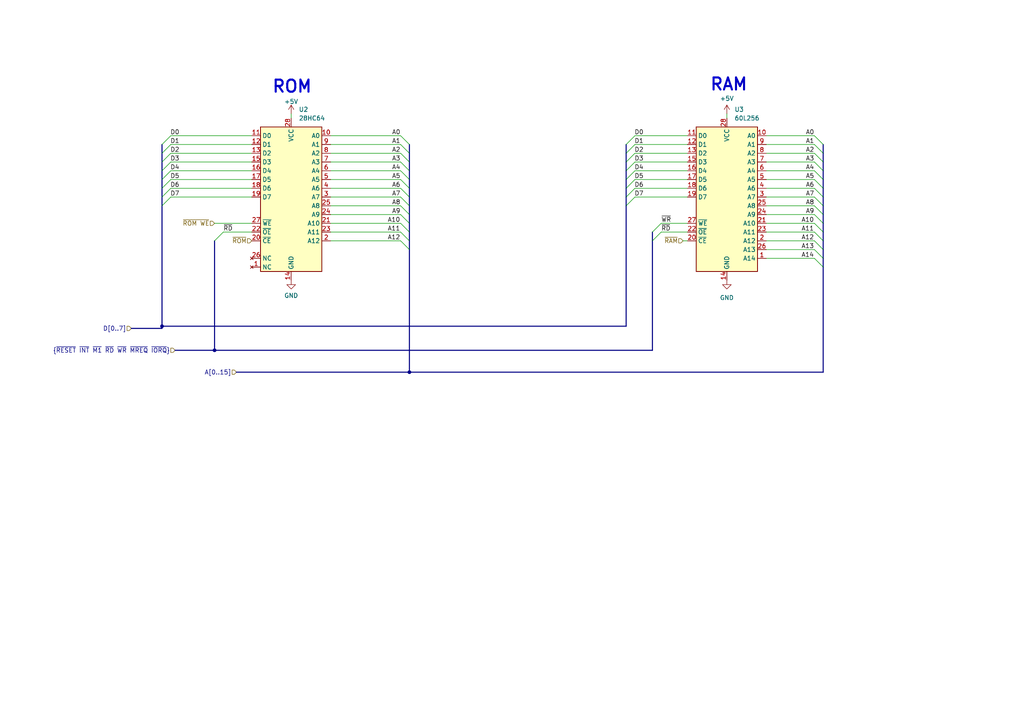
<source format=kicad_sch>
(kicad_sch (version 20230121) (generator eeschema)
  (paper "A4")
  (title_block (title "JML-8-Mini Schematic") (date "2023-10-02") (rev "A") (company "https://github.com/jac-oblong/JML") (comment 1 "Design of Z80 based microcomputer") (comment 3 "Released under MIT License") (comment 4 "Created by: Jacob Long (https://github.com/jac-oblong)"))
  (lib_symbols
    (symbol "jml-8-mini-library:AT28HC64B"
      (property "Reference" "U" (at -7.62 17.78 0))
      (property "Value" "28HC64" (at 5.08 -26.67 0))
      (symbol "AT28HC64B_1_1"
        (rectangle (start -8.89 16.51) (end 8.89 -25.4) (stroke (width 0.25)) (fill (type background)))
        (pin no_connect line (at -11.43 -24.13 0) (length 2.54) (name "NC") (number "1"))
        (pin input line (at 11.43 13.97 180) (length 2.54) (name "A0") (number "10"))
        (pin bidirectional line (at -11.43 13.97 0) (length 2.54) (name "D0") (number "11"))
        (pin bidirectional line (at -11.43 11.43 0) (length 2.54) (name "D1") (number "12"))
        (pin bidirectional line (at -11.43 8.89 0) (length 2.54) (name "D2") (number "13"))
        (pin power_in line (at 0 -27.94 90) (length 2.54) (name "GND") (number "14"))
        (pin bidirectional line (at -11.43 6.35 0) (length 2.54) (name "D3") (number "15"))
        (pin bidirectional line (at -11.43 3.81 0) (length 2.54) (name "D4") (number "16"))
        (pin bidirectional line (at -11.43 1.27 0) (length 2.54) (name "D5") (number "17"))
        (pin bidirectional line (at -11.43 -1.27 0) (length 2.54) (name "D6") (number "18"))
        (pin bidirectional line (at -11.43 -3.81 0) (length 2.54) (name "D7") (number "19"))
        (pin input line (at 11.43 -16.51 180) (length 2.54) (name "A12") (number "2"))
        (pin input line (at -11.43 -16.51 0) (length 2.54) (name "~{CE}") (number "20"))
        (pin input line (at 11.43 -11.43 180) (length 2.54) (name "A10") (number "21"))
        (pin input line (at -11.43 -13.97 0) (length 2.54) (name "~{OE}") (number "22"))
        (pin input line (at 11.43 -13.97 180) (length 2.54) (name "A11") (number "23"))
        (pin input line (at 11.43 -8.89 180) (length 2.54) (name "A9") (number "24"))
        (pin input line (at 11.43 -6.35 180) (length 2.54) (name "A8") (number "25"))
        (pin no_connect line (at -11.43 -21.59 0) (length 2.54) (name "NC") (number "26"))
        (pin input line (at -11.43 -11.43 0) (length 2.54) (name "~{WE}") (number "27"))
        (pin power_in line (at 0 19.05 270) (length 2.54) (name "VCC") (number "28"))
        (pin input line (at 11.43 -3.81 180) (length 2.54) (name "A7") (number "3"))
        (pin input line (at 11.43 -1.27 180) (length 2.54) (name "A6") (number "4"))
        (pin input line (at 11.43 1.27 180) (length 2.54) (name "A5") (number "5"))
        (pin input line (at 11.43 3.81 180) (length 2.54) (name "A4") (number "6"))
        (pin input line (at 11.43 6.35 180) (length 2.54) (name "A3") (number "7"))
        (pin input line (at 11.43 8.89 180) (length 2.54) (name "A2") (number "8"))
        (pin input line (at 11.43 11.43 180) (length 2.54) (name "A1") (number "9"))
      )
    )
    (symbol "jml-8-mini-library:MCM60L256AP85"
      (property "Reference" "U" (at -7.62 21.59 0))
      (property "Value" "60L256" (at 5.08 -22.86 0))
      (symbol "MCM60L256AP85_1_1"
        (rectangle (start -8.89 20.32) (end 8.89 -21.59) (stroke (width 0.25)) (fill (type background)))
        (pin input line (at 11.43 -17.78 180) (length 2.54) (name "A14") (number "1"))
        (pin input line (at 11.43 17.78 180) (length 2.54) (name "A0") (number "10"))
        (pin bidirectional line (at -11.43 17.78 0) (length 2.54) (name "D0") (number "11"))
        (pin bidirectional line (at -11.43 15.24 0) (length 2.54) (name "D1") (number "12"))
        (pin bidirectional line (at -11.43 12.7 0) (length 2.54) (name "D2") (number "13"))
        (pin power_in line (at 0 -24.13 90) (length 2.54) (name "GND") (number "14"))
        (pin bidirectional line (at -11.43 10.16 0) (length 2.54) (name "D3") (number "15"))
        (pin bidirectional line (at -11.43 7.62 0) (length 2.54) (name "D4") (number "16"))
        (pin bidirectional line (at -11.43 5.08 0) (length 2.54) (name "D5") (number "17"))
        (pin bidirectional line (at -11.43 2.54 0) (length 2.54) (name "D6") (number "18"))
        (pin bidirectional line (at -11.43 0 0) (length 2.54) (name "D7") (number "19"))
        (pin input line (at 11.43 -12.7 180) (length 2.54) (name "A12") (number "2"))
        (pin input line (at -11.43 -12.7 0) (length 2.54) (name "~{CE}") (number "20"))
        (pin input line (at 11.43 -7.62 180) (length 2.54) (name "A10") (number "21"))
        (pin input line (at -11.43 -10.16 0) (length 2.54) (name "~{OE}") (number "22"))
        (pin input line (at 11.43 -10.16 180) (length 2.54) (name "A11") (number "23"))
        (pin input line (at 11.43 -5.08 180) (length 2.54) (name "A9") (number "24"))
        (pin input line (at 11.43 -2.54 180) (length 2.54) (name "A8") (number "25"))
        (pin input line (at 11.43 -15.24 180) (length 2.54) (name "A13") (number "26"))
        (pin input line (at -11.43 -7.62 0) (length 2.54) (name "~{WE}") (number "27"))
        (pin power_in line (at 0 22.86 270) (length 2.54) (name "VCC") (number "28"))
        (pin input line (at 11.43 0 180) (length 2.54) (name "A7") (number "3"))
        (pin input line (at 11.43 2.54 180) (length 2.54) (name "A6") (number "4"))
        (pin input line (at 11.43 5.08 180) (length 2.54) (name "A5") (number "5"))
        (pin input line (at 11.43 7.62 180) (length 2.54) (name "A4") (number "6"))
        (pin input line (at 11.43 10.16 180) (length 2.54) (name "A3") (number "7"))
        (pin input line (at 11.43 12.7 180) (length 2.54) (name "A2") (number "8"))
        (pin input line (at 11.43 15.24 180) (length 2.54) (name "A1") (number "9"))
      )
    )
    (symbol "power:+5V" (power) (pin_names (offset 0))
      (property "Value" "+5V" (at 0 3.556 0))
      (symbol "+5V_0_1"
        (polyline (pts (xy -0.762 1.27) (xy 0 2.54)))
        (polyline (pts (xy 0 0) (xy 0 2.54)))
        (polyline (pts (xy 0 2.54) (xy 0.762 1.27)))
      )
      (symbol "+5V_1_1"
        (pin power_in line (at 0 0 90) (length 0) hide (name "+5V") (number "1"))
      )
    )
    (symbol "power:GND" (power) (pin_names (offset 0))
      (property "Value" "GND" (at 0 -3.81 0))
      (symbol "GND_0_1"
        (polyline (pts (xy 0 0) (xy 0 -1.27) (xy 1.27 -1.27) (xy 0 -2.54) (xy -1.27 -1.27) (xy 0 -1.27)))
      )
      (symbol "GND_1_1"
        (pin power_in line (at 0 0 270) (length 0) hide (name "GND") (number "1"))
      )
    )
  )
  (junction (at 118.745 107.95))
  (junction (at 46.99 94.615))
  (junction (at 62.23 101.6))
  (bus_entry (at 118.745 41.91) (size -2.54 -2.54))
  (bus_entry (at 184.15 52.07) (size -2.54 2.54))
  (bus_entry (at 49.53 44.45) (size -2.54 2.54))
  (bus_entry (at 49.53 39.37) (size -2.54 2.54))
  (bus_entry (at 238.76 64.77) (size -2.54 -2.54))
  (bus_entry (at 49.53 57.15) (size -2.54 2.54))
  (bus_entry (at 238.76 74.93) (size -2.54 -2.54))
  (bus_entry (at 238.76 49.53) (size -2.54 -2.54))
  (bus_entry (at 238.76 57.15) (size -2.54 -2.54))
  (bus_entry (at 184.15 49.53) (size -2.54 2.54))
  (bus_entry (at 118.745 67.31) (size -2.54 -2.54))
  (bus_entry (at 191.77 67.31) (size -2.54 2.54))
  (bus_entry (at 238.76 69.85) (size -2.54 -2.54))
  (bus_entry (at 238.76 59.69) (size -2.54 -2.54))
  (bus_entry (at 238.76 54.61) (size -2.54 -2.54))
  (bus_entry (at 238.76 67.31) (size -2.54 -2.54))
  (bus_entry (at 184.15 39.37) (size -2.54 2.54))
  (bus_entry (at 238.76 46.99) (size -2.54 -2.54))
  (bus_entry (at 49.53 49.53) (size -2.54 2.54))
  (bus_entry (at 238.76 72.39) (size -2.54 -2.54))
  (bus_entry (at 118.745 59.69) (size -2.54 -2.54))
  (bus_entry (at 118.745 52.07) (size -2.54 -2.54))
  (bus_entry (at 118.745 72.39) (size -2.54 -2.54))
  (bus_entry (at 238.76 62.23) (size -2.54 -2.54))
  (bus_entry (at 191.77 64.77) (size -2.54 2.54))
  (bus_entry (at 118.745 64.77) (size -2.54 -2.54))
  (bus_entry (at 184.15 57.15) (size -2.54 2.54))
  (bus_entry (at 49.53 52.07) (size -2.54 2.54))
  (bus_entry (at 64.77 67.31) (size -2.54 2.54))
  (bus_entry (at 238.76 77.47) (size -2.54 -2.54))
  (bus_entry (at 118.745 54.61) (size -2.54 -2.54))
  (bus_entry (at 238.76 52.07) (size -2.54 -2.54))
  (bus_entry (at 118.745 49.53) (size -2.54 -2.54))
  (bus_entry (at 184.15 44.45) (size -2.54 2.54))
  (bus_entry (at 184.15 46.99) (size -2.54 2.54))
  (bus_entry (at 238.76 41.91) (size -2.54 -2.54))
  (bus_entry (at 118.745 44.45) (size -2.54 -2.54))
  (bus_entry (at 184.15 54.61) (size -2.54 2.54))
  (bus_entry (at 118.745 62.23) (size -2.54 -2.54))
  (bus_entry (at 118.745 46.99) (size -2.54 -2.54))
  (bus_entry (at 238.76 44.45) (size -2.54 -2.54))
  (bus_entry (at 118.745 69.85) (size -2.54 -2.54))
  (bus_entry (at 49.53 41.91) (size -2.54 2.54))
  (bus_entry (at 49.53 54.61) (size -2.54 2.54))
  (bus_entry (at 49.53 46.99) (size -2.54 2.54))
  (bus_entry (at 118.745 57.15) (size -2.54 -2.54))
  (bus_entry (at 184.15 41.91) (size -2.54 2.54))
  (wire (pts (xy 222.25 74.93) (xy 236.22 74.93)))
  (wire (pts (xy 95.885 52.07) (xy 116.205 52.07)))
  (wire (pts (xy 222.25 67.31) (xy 236.22 67.31)))
  (wire (pts (xy 199.39 54.61) (xy 184.15 54.61)))
  (wire (pts (xy 95.885 62.23) (xy 116.205 62.23)))
  (wire (pts (xy 222.25 72.39) (xy 236.22 72.39)))
  (wire (pts (xy 73.025 49.53) (xy 49.53 49.53)))
  (bus (pts (xy 189.23 69.85) (xy 189.23 101.6)))
  (wire (pts (xy 191.77 64.77) (xy 199.39 64.77)))
  (bus (pts (xy 118.745 49.53) (xy 118.745 46.99)))
  (bus (pts (xy 238.76 46.99) (xy 238.76 44.45)))
  (bus (pts (xy 238.76 44.45) (xy 238.76 41.91)))
  (wire (pts (xy 222.25 59.69) (xy 236.22 59.69)))
  (bus (pts (xy 181.61 57.15) (xy 181.61 59.69)))
  (bus (pts (xy 46.99 41.91) (xy 46.99 44.45)))
  (wire (pts (xy 95.885 69.85) (xy 116.205 69.85)))
  (wire (pts (xy 73.025 44.45) (xy 49.53 44.45)))
  (wire (pts (xy 64.77 67.31) (xy 73.025 67.31)))
  (bus (pts (xy 62.23 101.6) (xy 189.23 101.6)))
  (wire (pts (xy 222.25 44.45) (xy 236.22 44.45)))
  (bus (pts (xy 189.23 67.31) (xy 189.23 69.85)))
  (wire (pts (xy 95.885 59.69) (xy 116.205 59.69)))
  (bus (pts (xy 46.99 46.99) (xy 46.99 49.53)))
  (wire (pts (xy 95.885 67.31) (xy 116.205 67.31)))
  (bus (pts (xy 46.99 52.07) (xy 46.99 54.61)))
  (bus (pts (xy 238.76 59.69) (xy 238.76 57.15)))
  (bus (pts (xy 46.99 59.69) (xy 46.99 94.615)))
  (bus (pts (xy 118.745 57.15) (xy 118.745 54.61)))
  (bus (pts (xy 46.99 44.45) (xy 46.99 46.99)))
  (bus (pts (xy 118.745 67.31) (xy 118.745 64.77)))
  (bus (pts (xy 181.61 41.91) (xy 181.61 44.45)))
  (bus (pts (xy 68.58 107.95) (xy 118.745 107.95)))
  (bus (pts (xy 118.745 72.39) (xy 118.745 69.85)))
  (wire (pts (xy 222.25 39.37) (xy 236.22 39.37)))
  (wire (pts (xy 222.25 69.85) (xy 236.22 69.85)))
  (bus (pts (xy 118.745 62.23) (xy 118.745 59.69)))
  (bus (pts (xy 238.76 62.23) (xy 238.76 59.69)))
  (bus (pts (xy 238.76 57.15) (xy 238.76 54.61)))
  (wire (pts (xy 199.39 49.53) (xy 184.15 49.53)))
  (bus (pts (xy 238.76 49.53) (xy 238.76 46.99)))
  (bus (pts (xy 118.745 72.39) (xy 118.745 107.95)))
  (bus (pts (xy 181.61 54.61) (xy 181.61 57.15)))
  (wire (pts (xy 199.39 44.45) (xy 184.15 44.45)))
  (bus (pts (xy 118.745 46.99) (xy 118.745 44.45)))
  (wire (pts (xy 95.885 39.37) (xy 116.205 39.37)))
  (bus (pts (xy 62.23 69.85) (xy 62.23 101.6)))
  (wire (pts (xy 198.12 69.85) (xy 199.39 69.85)))
  (wire (pts (xy 222.25 49.53) (xy 236.22 49.53)))
  (bus (pts (xy 238.76 72.39) (xy 238.76 69.85)))
  (wire (pts (xy 222.25 46.99) (xy 236.22 46.99)))
  (wire (pts (xy 95.885 64.77) (xy 116.205 64.77)))
  (bus (pts (xy 181.61 52.07) (xy 181.61 54.61)))
  (wire (pts (xy 95.885 44.45) (xy 116.205 44.45)))
  (bus (pts (xy 46.99 95.25) (xy 38.1 95.25)))
  (bus (pts (xy 238.76 64.77) (xy 238.76 62.23)))
  (wire (pts (xy 191.77 67.31) (xy 199.39 67.31)))
  (wire (pts (xy 222.25 64.77) (xy 236.22 64.77)))
  (wire (pts (xy 62.23 64.77) (xy 73.025 64.77)))
  (bus (pts (xy 118.745 107.95) (xy 238.76 107.95)))
  (wire (pts (xy 73.025 46.99) (xy 49.53 46.99)))
  (bus (pts (xy 238.76 74.93) (xy 238.76 77.47)))
  (bus (pts (xy 181.61 94.615) (xy 46.99 94.615)))
  (wire (pts (xy 199.39 46.99) (xy 184.15 46.99)))
  (bus (pts (xy 238.76 74.93) (xy 238.76 72.39)))
  (bus (pts (xy 238.76 69.85) (xy 238.76 67.31)))
  (wire (pts (xy 95.885 41.91) (xy 116.205 41.91)))
  (bus (pts (xy 118.745 59.69) (xy 118.745 57.15)))
  (bus (pts (xy 238.76 107.95) (xy 238.76 77.47)))
  (wire (pts (xy 84.455 33.02) (xy 84.455 34.29)))
  (bus (pts (xy 118.745 54.61) (xy 118.745 52.07)))
  (bus (pts (xy 118.745 44.45) (xy 118.745 41.91)))
  (bus (pts (xy 46.99 54.61) (xy 46.99 57.15)))
  (bus (pts (xy 46.99 57.15) (xy 46.99 59.69)))
  (bus (pts (xy 181.61 49.53) (xy 181.61 52.07)))
  (wire (pts (xy 199.39 41.91) (xy 184.15 41.91)))
  (bus (pts (xy 238.76 67.31) (xy 238.76 64.77)))
  (wire (pts (xy 73.025 39.37) (xy 49.53 39.37)))
  (bus (pts (xy 238.76 52.07) (xy 238.76 49.53)))
  (wire (pts (xy 222.25 57.15) (xy 236.22 57.15)))
  (wire (pts (xy 210.82 33.02) (xy 210.82 34.29)))
  (bus (pts (xy 118.745 69.85) (xy 118.745 67.31)))
  (wire (pts (xy 73.025 54.61) (xy 49.53 54.61)))
  (wire (pts (xy 222.25 62.23) (xy 236.22 62.23)))
  (wire (pts (xy 95.885 46.99) (xy 116.205 46.99)))
  (bus (pts (xy 118.745 52.07) (xy 118.745 49.53)))
  (bus (pts (xy 46.99 49.53) (xy 46.99 52.07)))
  (wire (pts (xy 222.25 52.07) (xy 236.22 52.07)))
  (wire (pts (xy 199.39 39.37) (xy 184.15 39.37)))
  (wire (pts (xy 199.39 57.15) (xy 184.15 57.15)))
  (wire (pts (xy 73.025 57.15) (xy 49.53 57.15)))
  (wire (pts (xy 222.25 54.61) (xy 236.22 54.61)))
  (bus (pts (xy 238.76 54.61) (xy 238.76 52.07)))
  (wire (pts (xy 95.885 49.53) (xy 116.205 49.53)))
  (bus (pts (xy 181.61 46.99) (xy 181.61 49.53)))
  (wire (pts (xy 222.25 41.91) (xy 236.22 41.91)))
  (wire (pts (xy 199.39 52.07) (xy 184.15 52.07)))
  (bus (pts (xy 46.99 94.615) (xy 46.99 95.25)))
  (bus (pts (xy 181.61 44.45) (xy 181.61 46.99)))
  (bus (pts (xy 50.8 101.6) (xy 62.23 101.6)))
  (wire (pts (xy 73.025 41.91) (xy 49.53 41.91)))
  (wire (pts (xy 95.885 54.61) (xy 116.205 54.61)))
  (bus (pts (xy 118.745 64.77) (xy 118.745 62.23)))
  (wire (pts (xy 73.025 52.07) (xy 49.53 52.07)))
  (wire (pts (xy 95.885 57.15) (xy 116.205 57.15)))
  (bus (pts (xy 181.61 59.69) (xy 181.61 94.615)))
  (text "RAM" (at 205.74 26.67 0) (effects (font (size 3.5 3.5) (thickness 0.6) bold) (justify left bottom)))
  (text "ROM" (at 78.74 27.305 0) (effects (font (size 3.5 3.5) (thickness 0.6) bold) (justify left bottom)))
  (label "A1" (at 113.665 41.91 0))
  (label "A9" (at 233.68 62.23 0))
  (label "D2" (at 186.69 44.45 180))
  (label "A8" (at 113.665 59.69 0))
  (label "A6" (at 113.665 54.61 0))
  (label "D7" (at 52.07 57.15 180))
  (label "A10" (at 232.41 64.77 0))
  (label "D2" (at 52.07 44.45 180))
  (label "A0" (at 113.665 39.37 0))
  (label "D4" (at 52.07 49.53 180))
  (label "A8" (at 233.68 59.69 0))
  (label "A5" (at 113.665 52.07 0))
  (label "D4" (at 186.69 49.53 180))
  (label "A14" (at 232.41 74.93 0))
  (label "A7" (at 233.68 57.15 0))
  (label "A4" (at 113.665 49.53 0))
  (label "A3" (at 233.68 46.99 0))
  (label "D5" (at 186.69 52.07 180))
  (label "D0" (at 186.69 39.37 180))
  (label "A6" (at 233.68 54.61 0))
  (label "A11" (at 112.395 67.31 0))
  (label "D0" (at 52.07 39.37 180))
  (label "A5" (at 233.68 52.07 0))
  (label "A11" (at 232.41 67.31 0))
  (label "~{RD}" (at 191.77 67.31 0))
  (label "D6" (at 186.69 54.61 180))
  (label "D5" (at 52.07 52.07 180))
  (label "A7" (at 113.665 57.15 0))
  (label "D3" (at 52.07 46.99 180))
  (label "D1" (at 186.69 41.91 180))
  (label "A4" (at 233.68 49.53 0))
  (label "~{RD}" (at 64.77 67.31 0))
  (label "D1" (at 52.07 41.91 180))
  (label "D3" (at 186.69 46.99 180))
  (label "~{WR}" (at 191.77 64.77 0))
  (label "A2" (at 233.68 44.45 0))
  (label "A2" (at 113.665 44.45 0))
  (label "A12" (at 112.395 69.85 0))
  (label "D6" (at 52.07 54.61 180))
  (label "A9" (at 113.665 62.23 0))
  (label "A0" (at 233.68 39.37 0))
  (label "A3" (at 113.665 46.99 0))
  (label "A12" (at 232.41 69.85 0))
  (label "A13" (at 232.41 72.39 0))
  (label "A10" (at 112.395 64.77 0))
  (label "A1" (at 233.68 41.91 0))
  (label "D7" (at 186.69 57.15 180))
  (hierarchical_label "A[0..15]" (shape input) (at 68.58 107.95 180))
  (hierarchical_label "D[0..7]" (shape input) (at 38.1 95.25 180))
  (hierarchical_label "~{ROM WE}" (shape input) (at 62.23 64.77 180))
  (hierarchical_label "{~{RESET} ~{INT} ~{M1} ~{RD} ~{WR} ~{MREQ} ~{IORQ}}" (shape input) (at 50.8 101.6 180))
  (hierarchical_label "~{RAM}" (shape input) (at 198.12 69.85 180))
  (hierarchical_label "~{ROM}" (shape input) (at 73.025 69.85 180))
  (symbol (lib_id "power:+5V") (at 210.82 33.02 0) (unit 1)
    (property "Reference" "#PWR?" (effects hide))
    (property "Value" "+5V" (at 210.82 28.575 0))
    (instances (project "jml-8-mini" (path "" (reference "#PWR?") (unit 1)) (path "" (reference "#PWR021") (unit 1))))
  )
  (symbol (lib_id "power:GND") (at 210.82 81.28 0) (unit 1)
    (property "Reference" "#PWR09" (effects hide))
    (property "Value" "GND" (at 210.82 86.36 0))
    (instances (project "jml-8-mini" (path "" (reference "#PWR09") (unit 1)) (path "" (reference "#PWR022") (unit 1))))
  )
  (symbol (lib_id "jml-8-mini-library:MCM60L256AP85") (at 210.82 57.15 0) (unit 1)
    (property "Reference" "U3" (at 213.0141 31.75 0) (effects (justify left)))
    (property "Value" "60L256" (at 213.0141 34.29 0) (effects (justify left)))
    (property "Footprint" "Package_DIP:DIP-28_W15.24mm_Socket_LongPads" (effects hide))
  )
  (symbol (lib_id "power:GND") (at 84.455 81.28 0) (unit 1)
    (property "Reference" "#PWR012" (effects hide))
    (property "Value" "GND" (at 84.455 85.725 0))
  )
  (symbol (lib_id "jml-8-mini-library:AT28HC64B") (at 84.455 53.34 0) (unit 1)
    (property "Reference" "U2" (at 86.6491 31.75 0) (effects (justify left)))
    (property "Value" "28HC64" (at 86.6491 34.29 0) (effects (justify left)))
    (property "Footprint" "Package_DIP:DIP-28_W15.24mm_Socket_LongPads" (effects hide))
  )
  (symbol (lib_id "power:+5V") (at 84.455 33.02 0) (unit 1)
    (property "Reference" "#PWR?" (effects hide))
    (property "Value" "+5V" (at 84.455 29.464 0))
    (instances (project "jml-8-mini" (path "" (reference "#PWR?") (unit 1)) (path "" (reference "#PWR09") (unit 1))))
  )
)
</source>
